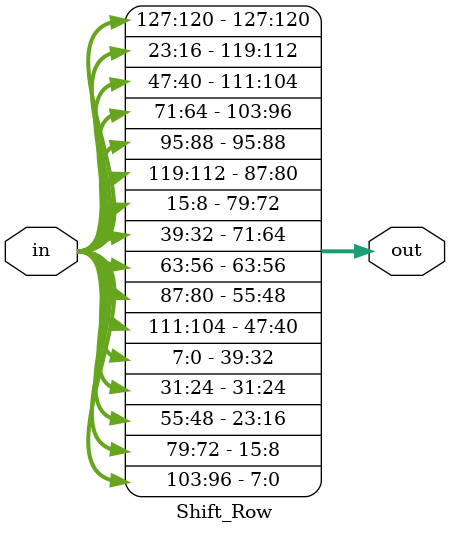
<source format=v>
module Shift_Row(
    input   [127:0]in,
    output  [127:0]out
);

	assign out[127:120] = in[127:120];
	assign out[95:88]   = in[95:88];
	assign out[63:56]   = in[63:56];
	assign out[31:24]   = in[31:24];

	assign out[119:112] = in[23:16];
	assign out[87:80]   = in[119:112];
	assign out[55:48]   = in[87:80];
	assign out[23:16]   = in[55:48];
	
	assign out[111:104] = in[47:40];
	assign out[79:72]   = in[15:8];
	assign out[47:40]   = in[111:104];
	assign out[15:8]    = in[79:72];
	
	assign out[103:96]  = in[71:64];
	assign out[71:64]   = in[39:32];
	assign out[39:32]   = in[7:0];
	assign out[7:0]     = in[103:96];

endmodule

</source>
